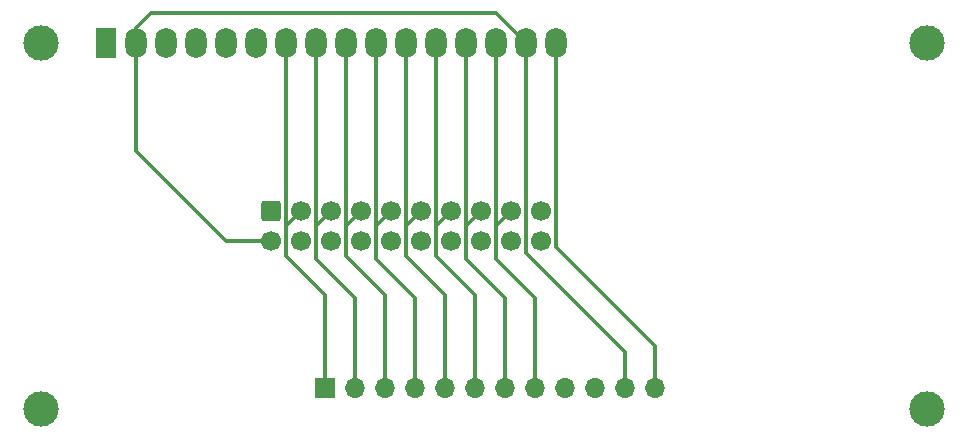
<source format=gbr>
%TF.GenerationSoftware,KiCad,Pcbnew,(6.0.0-0)*%
%TF.CreationDate,2022-01-07T22:13:41-05:00*%
%TF.ProjectId,LCD_Display,4c43445f-4469-4737-906c-61792e6b6963,rev?*%
%TF.SameCoordinates,Original*%
%TF.FileFunction,Copper,L1,Top*%
%TF.FilePolarity,Positive*%
%FSLAX46Y46*%
G04 Gerber Fmt 4.6, Leading zero omitted, Abs format (unit mm)*
G04 Created by KiCad (PCBNEW (6.0.0-0)) date 2022-01-07 22:13:41*
%MOMM*%
%LPD*%
G01*
G04 APERTURE LIST*
G04 Aperture macros list*
%AMRoundRect*
0 Rectangle with rounded corners*
0 $1 Rounding radius*
0 $2 $3 $4 $5 $6 $7 $8 $9 X,Y pos of 4 corners*
0 Add a 4 corners polygon primitive as box body*
4,1,4,$2,$3,$4,$5,$6,$7,$8,$9,$2,$3,0*
0 Add four circle primitives for the rounded corners*
1,1,$1+$1,$2,$3*
1,1,$1+$1,$4,$5*
1,1,$1+$1,$6,$7*
1,1,$1+$1,$8,$9*
0 Add four rect primitives between the rounded corners*
20,1,$1+$1,$2,$3,$4,$5,0*
20,1,$1+$1,$4,$5,$6,$7,0*
20,1,$1+$1,$6,$7,$8,$9,0*
20,1,$1+$1,$8,$9,$2,$3,0*%
G04 Aperture macros list end*
%TA.AperFunction,ComponentPad*%
%ADD10C,1.700000*%
%TD*%
%TA.AperFunction,ComponentPad*%
%ADD11RoundRect,0.250000X-0.600000X0.600000X-0.600000X-0.600000X0.600000X-0.600000X0.600000X0.600000X0*%
%TD*%
%TA.AperFunction,ComponentPad*%
%ADD12C,3.000000*%
%TD*%
%TA.AperFunction,ComponentPad*%
%ADD13R,1.800000X2.600000*%
%TD*%
%TA.AperFunction,ComponentPad*%
%ADD14O,1.800000X2.600000*%
%TD*%
%TA.AperFunction,ComponentPad*%
%ADD15R,1.700000X1.700000*%
%TD*%
%TA.AperFunction,ComponentPad*%
%ADD16O,1.700000X1.700000*%
%TD*%
%TA.AperFunction,Conductor*%
%ADD17C,0.350000*%
%TD*%
G04 APERTURE END LIST*
D10*
%TO.P,J21,20,Pin_20*%
%TO.N,/~{WRITE}*%
X141478000Y-98044000D03*
%TO.P,J21,18,Pin_18*%
%TO.N,unconnected-(J21-Pad18)*%
X138938000Y-98044000D03*
%TO.P,J21,16,Pin_16*%
%TO.N,unconnected-(J21-Pad16)*%
X136398000Y-98044000D03*
%TO.P,J21,14,Pin_14*%
%TO.N,unconnected-(J21-Pad14)*%
X133858000Y-98044000D03*
%TO.P,J21,12,Pin_12*%
%TO.N,unconnected-(J21-Pad12)*%
X131318000Y-98044000D03*
%TO.P,J21,10,Pin_10*%
%TO.N,unconnected-(J21-Pad10)*%
X128778000Y-98044000D03*
%TO.P,J21,8,Pin_8*%
%TO.N,unconnected-(J21-Pad8)*%
X126238000Y-98044000D03*
%TO.P,J21,6,Pin_6*%
%TO.N,unconnected-(J21-Pad6)*%
X123698000Y-98044000D03*
%TO.P,J21,4,Pin_4*%
%TO.N,unconnected-(J21-Pad4)*%
X121158000Y-98044000D03*
%TO.P,J21,2,Pin_2*%
%TO.N,VCC*%
X118618000Y-98044000D03*
%TO.P,J21,19,Pin_19*%
%TO.N,/RS*%
X141478000Y-95504000D03*
%TO.P,J21,17,Pin_17*%
%TO.N,/D7*%
X138938000Y-95504000D03*
%TO.P,J21,15,Pin_15*%
%TO.N,/D6*%
X136398000Y-95504000D03*
%TO.P,J21,13,Pin_13*%
%TO.N,/D5*%
X133858000Y-95504000D03*
%TO.P,J21,11,Pin_11*%
%TO.N,/D4*%
X131318000Y-95504000D03*
%TO.P,J21,9,Pin_9*%
%TO.N,/D3*%
X128778000Y-95504000D03*
%TO.P,J21,7,Pin_7*%
%TO.N,/D2*%
X126238000Y-95504000D03*
%TO.P,J21,5,Pin_5*%
%TO.N,/D1*%
X123698000Y-95504000D03*
%TO.P,J21,3,Pin_3*%
%TO.N,/D0*%
X121158000Y-95504000D03*
D11*
%TO.P,J21,1,Pin_1*%
%TO.N,GND*%
X118618000Y-95504000D03*
%TD*%
D12*
%TO.P,DS1,*%
%TO.N,*%
X99148900Y-112280700D03*
X174147480Y-112280700D03*
X174148000Y-81280000D03*
X99148900Y-81280000D03*
D13*
%TO.P,DS1,1,VSS*%
%TO.N,GND*%
X104648000Y-81280000D03*
D14*
%TO.P,DS1,2,VDD*%
%TO.N,VCC*%
X107188000Y-81280000D03*
%TO.P,DS1,3,VO*%
%TO.N,/CONTRAST*%
X109728000Y-81280000D03*
%TO.P,DS1,4,RS*%
%TO.N,/RS*%
X112268000Y-81280000D03*
%TO.P,DS1,5,R/W*%
%TO.N,GND*%
X114808000Y-81280000D03*
%TO.P,DS1,6,E*%
%TO.N,/~{WRITE}*%
X117348000Y-81280000D03*
%TO.P,DS1,7,D0*%
%TO.N,/D0*%
X119888000Y-81280000D03*
%TO.P,DS1,8,D1*%
%TO.N,/D1*%
X122428000Y-81280000D03*
%TO.P,DS1,9,D2*%
%TO.N,/D2*%
X124968000Y-81280000D03*
%TO.P,DS1,10,D3*%
%TO.N,/D3*%
X127508000Y-81280000D03*
%TO.P,DS1,11,D4*%
%TO.N,/D4*%
X130048000Y-81280000D03*
%TO.P,DS1,12,D5*%
%TO.N,/D5*%
X132588000Y-81280000D03*
%TO.P,DS1,13,D6*%
%TO.N,/D6*%
X135128000Y-81280000D03*
%TO.P,DS1,14,D7*%
%TO.N,/D7*%
X137668000Y-81280000D03*
%TO.P,DS1,15,LED(+)*%
%TO.N,VCC*%
X140208000Y-81280000D03*
%TO.P,DS1,16,LED(-)*%
%TO.N,GND*%
X142748000Y-81280000D03*
%TD*%
D15*
%TO.P,J1,1,Pin_1*%
%TO.N,/D0*%
X123190000Y-110490000D03*
D16*
%TO.P,J1,2,Pin_2*%
%TO.N,/D1*%
X125730000Y-110490000D03*
%TO.P,J1,3,Pin_3*%
%TO.N,/D2*%
X128270000Y-110490000D03*
%TO.P,J1,4,Pin_4*%
%TO.N,/D3*%
X130810000Y-110490000D03*
%TO.P,J1,5,Pin_5*%
%TO.N,/D4*%
X133350000Y-110490000D03*
%TO.P,J1,6,Pin_6*%
%TO.N,/D5*%
X135890000Y-110490000D03*
%TO.P,J1,7,Pin_7*%
%TO.N,/D6*%
X138430000Y-110490000D03*
%TO.P,J1,8,Pin_8*%
%TO.N,/D7*%
X140970000Y-110490000D03*
%TO.P,J1,9,Pin_9*%
%TO.N,/RS*%
X143510000Y-110490000D03*
%TO.P,J1,10,Pin_10*%
%TO.N,/~{WRITE}*%
X146050000Y-110490000D03*
%TO.P,J1,11,Pin_11*%
%TO.N,VCC*%
X148590000Y-110490000D03*
%TO.P,J1,12,Pin_12*%
%TO.N,GND*%
X151130000Y-110490000D03*
%TD*%
D17*
%TO.N,VCC*%
X118618000Y-98044000D02*
X114808000Y-98044000D01*
X114808000Y-98044000D02*
X107188000Y-90424000D01*
X107188000Y-90424000D02*
X107188000Y-81280000D01*
%TO.N,/D7*%
X137668000Y-99568000D02*
X137668000Y-96774000D01*
X138938000Y-95504000D02*
X137668000Y-96774000D01*
X137668000Y-96774000D02*
X137668000Y-81280000D01*
%TO.N,/D6*%
X135128000Y-81280000D02*
X135128000Y-96774000D01*
X135128000Y-96774000D02*
X135128000Y-99568000D01*
X136398000Y-95504000D02*
X135128000Y-96774000D01*
%TO.N,/D5*%
X132588000Y-99314000D02*
X132588000Y-96774000D01*
X132588000Y-96774000D02*
X132588000Y-81280000D01*
X133858000Y-95504000D02*
X132588000Y-96774000D01*
%TO.N,/D4*%
X130048000Y-99314000D02*
X130048000Y-96774000D01*
X130048000Y-96774000D02*
X130048000Y-81280000D01*
X131318000Y-95504000D02*
X130048000Y-96774000D01*
%TO.N,/D3*%
X127508000Y-81280000D02*
X127508000Y-96774000D01*
X127508000Y-96774000D02*
X127508000Y-99568000D01*
X128778000Y-95504000D02*
X127508000Y-96774000D01*
%TO.N,/D2*%
X124968000Y-99314000D02*
X124968000Y-96774000D01*
X124968000Y-96774000D02*
X124968000Y-81280000D01*
X126238000Y-95504000D02*
X124968000Y-96774000D01*
%TO.N,/D1*%
X122428000Y-81280000D02*
X122428000Y-96774000D01*
X122428000Y-96774000D02*
X122428000Y-99568000D01*
X123698000Y-95504000D02*
X122428000Y-96774000D01*
%TO.N,/D0*%
X119888000Y-81280000D02*
X119888000Y-96774000D01*
X121158000Y-95504000D02*
X119888000Y-96774000D01*
X119888000Y-96774000D02*
X119888000Y-99314000D01*
X119888000Y-99314000D02*
X123190000Y-102616000D01*
X123190000Y-102616000D02*
X123190000Y-110490000D01*
%TO.N,/D1*%
X122428000Y-99568000D02*
X125730000Y-102870000D01*
X125730000Y-102870000D02*
X125730000Y-110490000D01*
%TO.N,/D2*%
X128270000Y-110490000D02*
X128270000Y-102616000D01*
X128270000Y-102616000D02*
X124968000Y-99314000D01*
%TO.N,/D3*%
X127508000Y-99568000D02*
X130810000Y-102870000D01*
X130810000Y-102870000D02*
X130810000Y-110490000D01*
%TO.N,/D4*%
X133350000Y-110490000D02*
X133350000Y-102616000D01*
X133350000Y-102616000D02*
X130048000Y-99314000D01*
%TO.N,/D5*%
X135890000Y-110490000D02*
X135890000Y-102616000D01*
X135890000Y-102616000D02*
X132588000Y-99314000D01*
%TO.N,/D6*%
X135128000Y-99568000D02*
X138430000Y-102870000D01*
X138430000Y-102870000D02*
X138430000Y-110490000D01*
%TO.N,/D7*%
X140970000Y-110490000D02*
X140970000Y-102870000D01*
X140970000Y-102870000D02*
X137668000Y-99568000D01*
%TO.N,VCC*%
X140208000Y-81280000D02*
X140208000Y-99060000D01*
X140208000Y-99060000D02*
X148590000Y-107442000D01*
X148590000Y-107442000D02*
X148590000Y-110490000D01*
%TO.N,GND*%
X151130000Y-106934000D02*
X151130000Y-110490000D01*
%TO.N,VCC*%
X140208000Y-81280000D02*
X137668000Y-78740000D01*
X108458000Y-78740000D02*
X107188000Y-80010000D01*
X107188000Y-80010000D02*
X107188000Y-81280000D01*
X137668000Y-78740000D02*
X108458000Y-78740000D01*
%TO.N,GND*%
X142748000Y-81280000D02*
X142748000Y-98552000D01*
X142748000Y-98552000D02*
X151130000Y-106934000D01*
%TD*%
M02*

</source>
